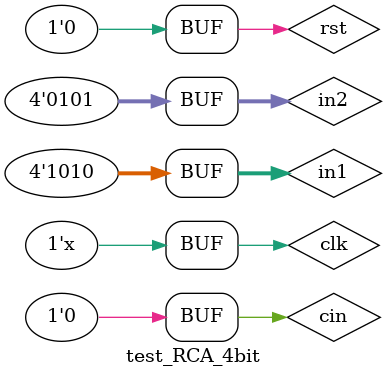
<source format=v>
`timescale 1ns / 1ps


module test_RCA_4bit;

	// Inputs
	reg clk;
	reg rst;
	reg [3:0] in1;
	reg [3:0] in2;
	reg cin;

	// Outputs
	wire [3:0] out;
	wire cout;

	// Instantiate the Unit Under Test (UUT)
	wrapper_RCA_4bit uut (
		.clk(clk), 
		.rst(rst), 
		.in1(in1), 
		.in2(in2), 
		.cin(cin), 
		.out(out), 
		.cout(cout)
	);

	initial begin
		// Initialize Inputs
		clk <= 0;
		rst <= 0;
		in1 <= 0;
		in2 <= 0;
		cin <= 0;
	end
	
	always #10 clk=~clk;
	
	initial begin
		#100 rst <= 1'd0;
		in1<=4'd10;
		in2<=4'd5;
	end
      
endmodule


</source>
